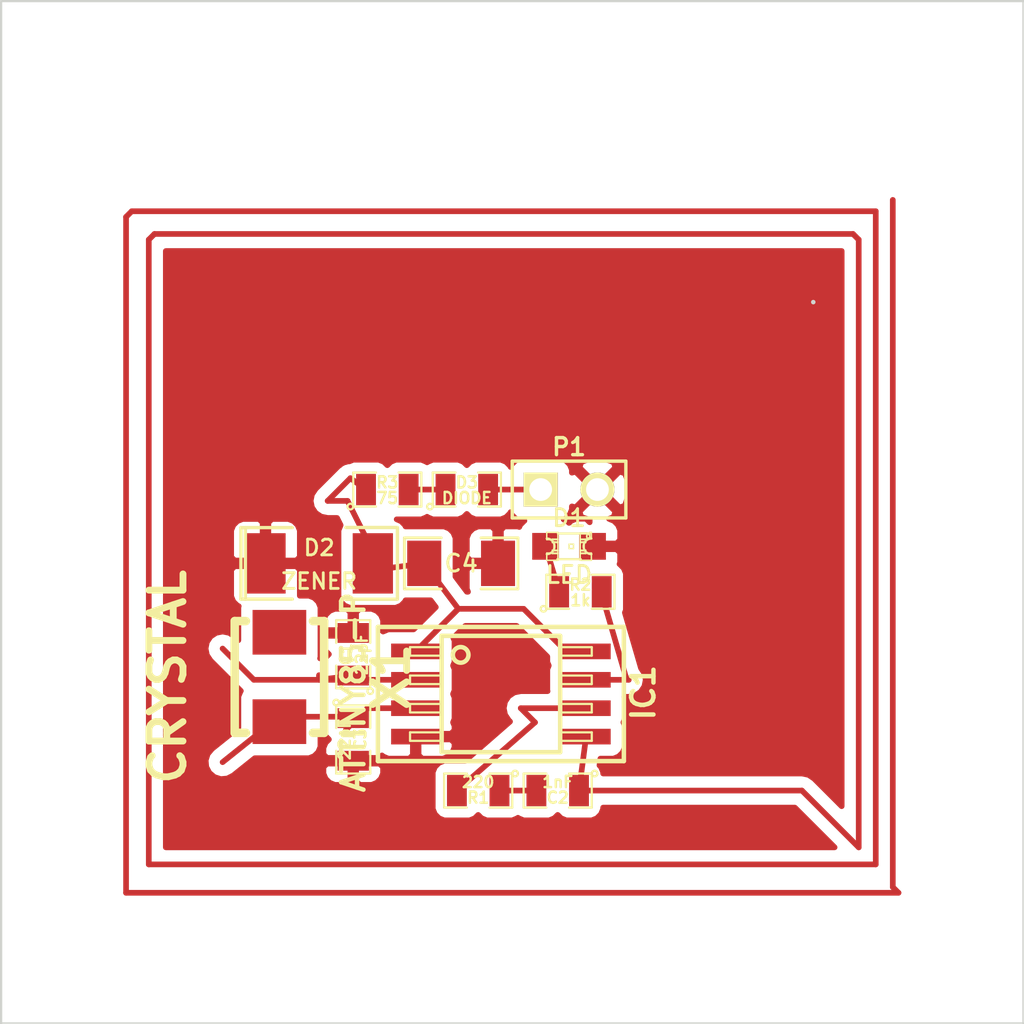
<source format=kicad_pcb>
(kicad_pcb (version 3) (host pcbnew "(2013-may-18)-stable")

  (general
    (links 21)
    (no_connects 3)
    (area 147.269999 111.709999 193.090001 157.530001)
    (thickness 1.6)
    (drawings 5)
    (tracks 50)
    (zones 0)
    (modules 13)
    (nets 12)
  )

  (page A3)
  (layers
    (15 F.Cu signal)
    (0 B.Cu signal)
    (16 B.Adhes user)
    (17 F.Adhes user)
    (18 B.Paste user)
    (19 F.Paste user)
    (20 B.SilkS user)
    (21 F.SilkS user)
    (22 B.Mask user)
    (23 F.Mask user)
    (24 Dwgs.User user)
    (25 Cmts.User user)
    (26 Eco1.User user)
    (27 Eco2.User user)
    (28 Edge.Cuts user)
  )

  (setup
    (last_trace_width 0.254)
    (trace_clearance 0.254)
    (zone_clearance 0.508)
    (zone_45_only no)
    (trace_min 0.254)
    (segment_width 0.2)
    (edge_width 0.1)
    (via_size 0.889)
    (via_drill 0.635)
    (via_min_size 0.889)
    (via_min_drill 0.508)
    (uvia_size 0.508)
    (uvia_drill 0.127)
    (uvias_allowed no)
    (uvia_min_size 0.508)
    (uvia_min_drill 0.127)
    (pcb_text_width 0.3)
    (pcb_text_size 1.5 1.5)
    (mod_edge_width 0.15)
    (mod_text_size 1 1)
    (mod_text_width 0.15)
    (pad_size 1.5 1.5)
    (pad_drill 0.6)
    (pad_to_mask_clearance 0)
    (aux_axis_origin 0 0)
    (visible_elements FFFFFFBF)
    (pcbplotparams
      (layerselection 3178497)
      (usegerberextensions true)
      (excludeedgelayer true)
      (linewidth 0.150000)
      (plotframeref false)
      (viasonmask false)
      (mode 1)
      (useauxorigin false)
      (hpglpennumber 1)
      (hpglpenspeed 20)
      (hpglpendiameter 15)
      (hpglpenoverlay 2)
      (psnegative false)
      (psa4output false)
      (plotreference true)
      (plotvalue true)
      (plotothertext true)
      (plotinvisibletext false)
      (padsonsilk false)
      (subtractmaskfromsilk false)
      (outputformat 1)
      (mirror false)
      (drillshape 1)
      (scaleselection 1)
      (outputdirectory ""))
  )

  (net 0 "")
  (net 1 +BATT)
  (net 2 GND)
  (net 3 N-000001)
  (net 4 N-0000010)
  (net 5 N-0000011)
  (net 6 N-000002)
  (net 7 N-000003)
  (net 8 N-000004)
  (net 9 N-000005)
  (net 10 N-000007)
  (net 11 N-000009)

  (net_class Default "This is the default net class."
    (clearance 0.254)
    (trace_width 0.254)
    (via_dia 0.889)
    (via_drill 0.635)
    (uvia_dia 0.508)
    (uvia_drill 0.127)
    (add_net "")
    (add_net +BATT)
    (add_net GND)
    (add_net N-000001)
    (add_net N-0000010)
    (add_net N-0000011)
    (add_net N-000002)
    (add_net N-000003)
    (add_net N-000004)
    (add_net N-000005)
    (add_net N-000007)
    (add_net N-000009)
  )

  (module SM1206 (layer F.Cu) (tedit 42806E24) (tstamp 5548A5C0)
    (at 167.894 136.906)
    (path /55489ECF)
    (attr smd)
    (fp_text reference C4 (at 0 0) (layer F.SilkS)
      (effects (font (size 0.762 0.762) (thickness 0.127)))
    )
    (fp_text value 50uF (at 0 0) (layer F.SilkS) hide
      (effects (font (size 0.762 0.762) (thickness 0.127)))
    )
    (fp_line (start -2.54 -1.143) (end -2.54 1.143) (layer F.SilkS) (width 0.127))
    (fp_line (start -2.54 1.143) (end -0.889 1.143) (layer F.SilkS) (width 0.127))
    (fp_line (start 0.889 -1.143) (end 2.54 -1.143) (layer F.SilkS) (width 0.127))
    (fp_line (start 2.54 -1.143) (end 2.54 1.143) (layer F.SilkS) (width 0.127))
    (fp_line (start 2.54 1.143) (end 0.889 1.143) (layer F.SilkS) (width 0.127))
    (fp_line (start -0.889 -1.143) (end -2.54 -1.143) (layer F.SilkS) (width 0.127))
    (pad 1 smd rect (at -1.651 0) (size 1.524 2.032)
      (layers F.Cu F.Paste F.Mask)
      (net 5 N-0000011)
    )
    (pad 2 smd rect (at 1.651 0) (size 1.524 2.032)
      (layers F.Cu F.Paste F.Mask)
      (net 2 GND)
    )
    (model smd/chip_cms.wrl
      (at (xyz 0 0 0))
      (scale (xyz 0.17 0.16 0.16))
      (rotate (xyz 0 0 0))
    )
  )

  (module SM0805 (layer F.Cu) (tedit 5091495C) (tstamp 5548A5CD)
    (at 164.592 133.604)
    (path /5541F0E5)
    (attr smd)
    (fp_text reference R3 (at 0 -0.3175) (layer F.SilkS)
      (effects (font (size 0.50038 0.50038) (thickness 0.10922)))
    )
    (fp_text value 75 (at 0 0.381) (layer F.SilkS)
      (effects (font (size 0.50038 0.50038) (thickness 0.10922)))
    )
    (fp_circle (center -1.651 0.762) (end -1.651 0.635) (layer F.SilkS) (width 0.09906))
    (fp_line (start -0.508 0.762) (end -1.524 0.762) (layer F.SilkS) (width 0.09906))
    (fp_line (start -1.524 0.762) (end -1.524 -0.762) (layer F.SilkS) (width 0.09906))
    (fp_line (start -1.524 -0.762) (end -0.508 -0.762) (layer F.SilkS) (width 0.09906))
    (fp_line (start 0.508 -0.762) (end 1.524 -0.762) (layer F.SilkS) (width 0.09906))
    (fp_line (start 1.524 -0.762) (end 1.524 0.762) (layer F.SilkS) (width 0.09906))
    (fp_line (start 1.524 0.762) (end 0.508 0.762) (layer F.SilkS) (width 0.09906))
    (pad 1 smd rect (at -0.9525 0) (size 0.889 1.397)
      (layers F.Cu F.Paste F.Mask)
      (net 5 N-0000011)
    )
    (pad 2 smd rect (at 0.9525 0) (size 0.889 1.397)
      (layers F.Cu F.Paste F.Mask)
      (net 1 +BATT)
    )
    (model smd/chip_cms.wrl
      (at (xyz 0 0 0))
      (scale (xyz 0.1 0.1 0.1))
      (rotate (xyz 0 0 0))
    )
  )

  (module SM0805 (layer F.Cu) (tedit 5091495C) (tstamp 5548A5DA)
    (at 163.068 140.97 90)
    (path /5541F242)
    (attr smd)
    (fp_text reference C1 (at 0 -0.3175 90) (layer F.SilkS)
      (effects (font (size 0.50038 0.50038) (thickness 0.10922)))
    )
    (fp_text value 22pF (at 0 0.381 90) (layer F.SilkS)
      (effects (font (size 0.50038 0.50038) (thickness 0.10922)))
    )
    (fp_circle (center -1.651 0.762) (end -1.651 0.635) (layer F.SilkS) (width 0.09906))
    (fp_line (start -0.508 0.762) (end -1.524 0.762) (layer F.SilkS) (width 0.09906))
    (fp_line (start -1.524 0.762) (end -1.524 -0.762) (layer F.SilkS) (width 0.09906))
    (fp_line (start -1.524 -0.762) (end -0.508 -0.762) (layer F.SilkS) (width 0.09906))
    (fp_line (start 0.508 -0.762) (end 1.524 -0.762) (layer F.SilkS) (width 0.09906))
    (fp_line (start 1.524 -0.762) (end 1.524 0.762) (layer F.SilkS) (width 0.09906))
    (fp_line (start 1.524 0.762) (end 0.508 0.762) (layer F.SilkS) (width 0.09906))
    (pad 1 smd rect (at -0.9525 0 90) (size 0.889 1.397)
      (layers F.Cu F.Paste F.Mask)
      (net 4 N-0000010)
    )
    (pad 2 smd rect (at 0.9525 0 90) (size 0.889 1.397)
      (layers F.Cu F.Paste F.Mask)
      (net 2 GND)
    )
    (model smd/chip_cms.wrl
      (at (xyz 0 0 0))
      (scale (xyz 0.1 0.1 0.1))
      (rotate (xyz 0 0 0))
    )
  )

  (module SM0805 (layer F.Cu) (tedit 5091495C) (tstamp 5548A5E7)
    (at 163.068 144.78 270)
    (path /5541F251)
    (attr smd)
    (fp_text reference C3 (at 0 -0.3175 270) (layer F.SilkS)
      (effects (font (size 0.50038 0.50038) (thickness 0.10922)))
    )
    (fp_text value 22pF (at 0 0.381 270) (layer F.SilkS)
      (effects (font (size 0.50038 0.50038) (thickness 0.10922)))
    )
    (fp_circle (center -1.651 0.762) (end -1.651 0.635) (layer F.SilkS) (width 0.09906))
    (fp_line (start -0.508 0.762) (end -1.524 0.762) (layer F.SilkS) (width 0.09906))
    (fp_line (start -1.524 0.762) (end -1.524 -0.762) (layer F.SilkS) (width 0.09906))
    (fp_line (start -1.524 -0.762) (end -0.508 -0.762) (layer F.SilkS) (width 0.09906))
    (fp_line (start 0.508 -0.762) (end 1.524 -0.762) (layer F.SilkS) (width 0.09906))
    (fp_line (start 1.524 -0.762) (end 1.524 0.762) (layer F.SilkS) (width 0.09906))
    (fp_line (start 1.524 0.762) (end 0.508 0.762) (layer F.SilkS) (width 0.09906))
    (pad 1 smd rect (at -0.9525 0 270) (size 0.889 1.397)
      (layers F.Cu F.Paste F.Mask)
      (net 11 N-000009)
    )
    (pad 2 smd rect (at 0.9525 0 270) (size 0.889 1.397)
      (layers F.Cu F.Paste F.Mask)
      (net 2 GND)
    )
    (model smd/chip_cms.wrl
      (at (xyz 0 0 0))
      (scale (xyz 0.1 0.1 0.1))
      (rotate (xyz 0 0 0))
    )
  )

  (module SM0805 (layer F.Cu) (tedit 5091495C) (tstamp 5548A5F4)
    (at 173.228 138.176)
    (path /5541F330)
    (attr smd)
    (fp_text reference R2 (at 0 -0.3175) (layer F.SilkS)
      (effects (font (size 0.50038 0.50038) (thickness 0.10922)))
    )
    (fp_text value 1k (at 0 0.381) (layer F.SilkS)
      (effects (font (size 0.50038 0.50038) (thickness 0.10922)))
    )
    (fp_circle (center -1.651 0.762) (end -1.651 0.635) (layer F.SilkS) (width 0.09906))
    (fp_line (start -0.508 0.762) (end -1.524 0.762) (layer F.SilkS) (width 0.09906))
    (fp_line (start -1.524 0.762) (end -1.524 -0.762) (layer F.SilkS) (width 0.09906))
    (fp_line (start -1.524 -0.762) (end -0.508 -0.762) (layer F.SilkS) (width 0.09906))
    (fp_line (start 0.508 -0.762) (end 1.524 -0.762) (layer F.SilkS) (width 0.09906))
    (fp_line (start 1.524 -0.762) (end 1.524 0.762) (layer F.SilkS) (width 0.09906))
    (fp_line (start 1.524 0.762) (end 0.508 0.762) (layer F.SilkS) (width 0.09906))
    (pad 1 smd rect (at -0.9525 0) (size 0.889 1.397)
      (layers F.Cu F.Paste F.Mask)
      (net 8 N-000004)
    )
    (pad 2 smd rect (at 0.9525 0) (size 0.889 1.397)
      (layers F.Cu F.Paste F.Mask)
      (net 9 N-000005)
    )
    (model smd/chip_cms.wrl
      (at (xyz 0 0 0))
      (scale (xyz 0.1 0.1 0.1))
      (rotate (xyz 0 0 0))
    )
  )

  (module SM0805 (layer F.Cu) (tedit 5091495C) (tstamp 5548A601)
    (at 168.656 147.066 180)
    (path /55489F9C)
    (attr smd)
    (fp_text reference R1 (at 0 -0.3175 180) (layer F.SilkS)
      (effects (font (size 0.50038 0.50038) (thickness 0.10922)))
    )
    (fp_text value 220 (at 0 0.381 180) (layer F.SilkS)
      (effects (font (size 0.50038 0.50038) (thickness 0.10922)))
    )
    (fp_circle (center -1.651 0.762) (end -1.651 0.635) (layer F.SilkS) (width 0.09906))
    (fp_line (start -0.508 0.762) (end -1.524 0.762) (layer F.SilkS) (width 0.09906))
    (fp_line (start -1.524 0.762) (end -1.524 -0.762) (layer F.SilkS) (width 0.09906))
    (fp_line (start -1.524 -0.762) (end -0.508 -0.762) (layer F.SilkS) (width 0.09906))
    (fp_line (start 0.508 -0.762) (end 1.524 -0.762) (layer F.SilkS) (width 0.09906))
    (fp_line (start 1.524 -0.762) (end 1.524 0.762) (layer F.SilkS) (width 0.09906))
    (fp_line (start 1.524 0.762) (end 0.508 0.762) (layer F.SilkS) (width 0.09906))
    (pad 1 smd rect (at -0.9525 0 180) (size 0.889 1.397)
      (layers F.Cu F.Paste F.Mask)
      (net 3 N-000001)
    )
    (pad 2 smd rect (at 0.9525 0 180) (size 0.889 1.397)
      (layers F.Cu F.Paste F.Mask)
      (net 7 N-000003)
    )
    (model smd/chip_cms.wrl
      (at (xyz 0 0 0))
      (scale (xyz 0.1 0.1 0.1))
      (rotate (xyz 0 0 0))
    )
  )

  (module SM0805 (layer F.Cu) (tedit 5091495C) (tstamp 5548A60E)
    (at 172.212 147.066 180)
    (path /55489FB1)
    (attr smd)
    (fp_text reference C2 (at 0 -0.3175 180) (layer F.SilkS)
      (effects (font (size 0.50038 0.50038) (thickness 0.10922)))
    )
    (fp_text value 1nF (at 0 0.381 180) (layer F.SilkS)
      (effects (font (size 0.50038 0.50038) (thickness 0.10922)))
    )
    (fp_circle (center -1.651 0.762) (end -1.651 0.635) (layer F.SilkS) (width 0.09906))
    (fp_line (start -0.508 0.762) (end -1.524 0.762) (layer F.SilkS) (width 0.09906))
    (fp_line (start -1.524 0.762) (end -1.524 -0.762) (layer F.SilkS) (width 0.09906))
    (fp_line (start -1.524 -0.762) (end -0.508 -0.762) (layer F.SilkS) (width 0.09906))
    (fp_line (start 0.508 -0.762) (end 1.524 -0.762) (layer F.SilkS) (width 0.09906))
    (fp_line (start 1.524 -0.762) (end 1.524 0.762) (layer F.SilkS) (width 0.09906))
    (fp_line (start 1.524 0.762) (end 0.508 0.762) (layer F.SilkS) (width 0.09906))
    (pad 1 smd rect (at -0.9525 0 180) (size 0.889 1.397)
      (layers F.Cu F.Paste F.Mask)
      (net 6 N-000002)
    )
    (pad 2 smd rect (at 0.9525 0 180) (size 0.889 1.397)
      (layers F.Cu F.Paste F.Mask)
      (net 3 N-000001)
    )
    (model smd/chip_cms.wrl
      (at (xyz 0 0 0))
      (scale (xyz 0.1 0.1 0.1))
      (rotate (xyz 0 0 0))
    )
  )

  (module PIN_ARRAY_2X1 (layer F.Cu) (tedit 4565C520) (tstamp 5548A791)
    (at 172.72 133.604)
    (descr "Connecteurs 2 pins")
    (tags "CONN DEV")
    (path /5548A706)
    (fp_text reference P1 (at 0 -1.905) (layer F.SilkS)
      (effects (font (size 0.762 0.762) (thickness 0.1524)))
    )
    (fp_text value CONN_2 (at 0 -1.905) (layer F.SilkS) hide
      (effects (font (size 0.762 0.762) (thickness 0.1524)))
    )
    (fp_line (start -2.54 1.27) (end -2.54 -1.27) (layer F.SilkS) (width 0.1524))
    (fp_line (start -2.54 -1.27) (end 2.54 -1.27) (layer F.SilkS) (width 0.1524))
    (fp_line (start 2.54 -1.27) (end 2.54 1.27) (layer F.SilkS) (width 0.1524))
    (fp_line (start 2.54 1.27) (end -2.54 1.27) (layer F.SilkS) (width 0.1524))
    (pad 1 thru_hole rect (at -1.27 0) (size 1.524 1.524) (drill 1.016)
      (layers *.Cu *.Mask F.SilkS)
      (net 10 N-000007)
    )
    (pad 2 thru_hole circle (at 1.27 0) (size 1.524 1.524) (drill 1.016)
      (layers *.Cu *.Mask F.SilkS)
      (net 2 GND)
    )
    (model pin_array/pins_array_2x1.wrl
      (at (xyz 0 0 0))
      (scale (xyz 1 1 1))
      (rotate (xyz 0 0 0))
    )
  )

  (module SM0805 (layer F.Cu) (tedit 5091495C) (tstamp 5548AC68)
    (at 168.148 133.604)
    (path /5548AC1F)
    (attr smd)
    (fp_text reference D3 (at 0 -0.3175) (layer F.SilkS)
      (effects (font (size 0.50038 0.50038) (thickness 0.10922)))
    )
    (fp_text value DIODE (at 0 0.381) (layer F.SilkS)
      (effects (font (size 0.50038 0.50038) (thickness 0.10922)))
    )
    (fp_circle (center -1.651 0.762) (end -1.651 0.635) (layer F.SilkS) (width 0.09906))
    (fp_line (start -0.508 0.762) (end -1.524 0.762) (layer F.SilkS) (width 0.09906))
    (fp_line (start -1.524 0.762) (end -1.524 -0.762) (layer F.SilkS) (width 0.09906))
    (fp_line (start -1.524 -0.762) (end -0.508 -0.762) (layer F.SilkS) (width 0.09906))
    (fp_line (start 0.508 -0.762) (end 1.524 -0.762) (layer F.SilkS) (width 0.09906))
    (fp_line (start 1.524 -0.762) (end 1.524 0.762) (layer F.SilkS) (width 0.09906))
    (fp_line (start 1.524 0.762) (end 0.508 0.762) (layer F.SilkS) (width 0.09906))
    (pad 1 smd rect (at -0.9525 0) (size 0.889 1.397)
      (layers F.Cu F.Paste F.Mask)
      (net 1 +BATT)
    )
    (pad 2 smd rect (at 0.9525 0) (size 0.889 1.397)
      (layers F.Cu F.Paste F.Mask)
      (net 10 N-000007)
    )
    (model smd/chip_cms.wrl
      (at (xyz 0 0 0))
      (scale (xyz 0.1 0.1 0.1))
      (rotate (xyz 0 0 0))
    )
  )

  (module LED-0805 (layer F.Cu) (tedit 49DC4C0B) (tstamp 5548B077)
    (at 172.72 136.144)
    (descr "LED 0805 smd package")
    (tags "LED 0805 SMD")
    (path /5541F321)
    (attr smd)
    (fp_text reference D1 (at 0 -1.27) (layer F.SilkS)
      (effects (font (size 0.762 0.762) (thickness 0.127)))
    )
    (fp_text value LED (at 0 1.27) (layer F.SilkS)
      (effects (font (size 0.762 0.762) (thickness 0.127)))
    )
    (fp_line (start 0.49784 0.29972) (end 0.49784 0.62484) (layer F.SilkS) (width 0.06604))
    (fp_line (start 0.49784 0.62484) (end 0.99822 0.62484) (layer F.SilkS) (width 0.06604))
    (fp_line (start 0.99822 0.29972) (end 0.99822 0.62484) (layer F.SilkS) (width 0.06604))
    (fp_line (start 0.49784 0.29972) (end 0.99822 0.29972) (layer F.SilkS) (width 0.06604))
    (fp_line (start 0.49784 -0.32258) (end 0.49784 -0.17272) (layer F.SilkS) (width 0.06604))
    (fp_line (start 0.49784 -0.17272) (end 0.7493 -0.17272) (layer F.SilkS) (width 0.06604))
    (fp_line (start 0.7493 -0.32258) (end 0.7493 -0.17272) (layer F.SilkS) (width 0.06604))
    (fp_line (start 0.49784 -0.32258) (end 0.7493 -0.32258) (layer F.SilkS) (width 0.06604))
    (fp_line (start 0.49784 0.17272) (end 0.49784 0.32258) (layer F.SilkS) (width 0.06604))
    (fp_line (start 0.49784 0.32258) (end 0.7493 0.32258) (layer F.SilkS) (width 0.06604))
    (fp_line (start 0.7493 0.17272) (end 0.7493 0.32258) (layer F.SilkS) (width 0.06604))
    (fp_line (start 0.49784 0.17272) (end 0.7493 0.17272) (layer F.SilkS) (width 0.06604))
    (fp_line (start 0.49784 -0.19812) (end 0.49784 0.19812) (layer F.SilkS) (width 0.06604))
    (fp_line (start 0.49784 0.19812) (end 0.6731 0.19812) (layer F.SilkS) (width 0.06604))
    (fp_line (start 0.6731 -0.19812) (end 0.6731 0.19812) (layer F.SilkS) (width 0.06604))
    (fp_line (start 0.49784 -0.19812) (end 0.6731 -0.19812) (layer F.SilkS) (width 0.06604))
    (fp_line (start -0.99822 0.29972) (end -0.99822 0.62484) (layer F.SilkS) (width 0.06604))
    (fp_line (start -0.99822 0.62484) (end -0.49784 0.62484) (layer F.SilkS) (width 0.06604))
    (fp_line (start -0.49784 0.29972) (end -0.49784 0.62484) (layer F.SilkS) (width 0.06604))
    (fp_line (start -0.99822 0.29972) (end -0.49784 0.29972) (layer F.SilkS) (width 0.06604))
    (fp_line (start -0.99822 -0.62484) (end -0.99822 -0.29972) (layer F.SilkS) (width 0.06604))
    (fp_line (start -0.99822 -0.29972) (end -0.49784 -0.29972) (layer F.SilkS) (width 0.06604))
    (fp_line (start -0.49784 -0.62484) (end -0.49784 -0.29972) (layer F.SilkS) (width 0.06604))
    (fp_line (start -0.99822 -0.62484) (end -0.49784 -0.62484) (layer F.SilkS) (width 0.06604))
    (fp_line (start -0.7493 0.17272) (end -0.7493 0.32258) (layer F.SilkS) (width 0.06604))
    (fp_line (start -0.7493 0.32258) (end -0.49784 0.32258) (layer F.SilkS) (width 0.06604))
    (fp_line (start -0.49784 0.17272) (end -0.49784 0.32258) (layer F.SilkS) (width 0.06604))
    (fp_line (start -0.7493 0.17272) (end -0.49784 0.17272) (layer F.SilkS) (width 0.06604))
    (fp_line (start -0.7493 -0.32258) (end -0.7493 -0.17272) (layer F.SilkS) (width 0.06604))
    (fp_line (start -0.7493 -0.17272) (end -0.49784 -0.17272) (layer F.SilkS) (width 0.06604))
    (fp_line (start -0.49784 -0.32258) (end -0.49784 -0.17272) (layer F.SilkS) (width 0.06604))
    (fp_line (start -0.7493 -0.32258) (end -0.49784 -0.32258) (layer F.SilkS) (width 0.06604))
    (fp_line (start -0.6731 -0.19812) (end -0.6731 0.19812) (layer F.SilkS) (width 0.06604))
    (fp_line (start -0.6731 0.19812) (end -0.49784 0.19812) (layer F.SilkS) (width 0.06604))
    (fp_line (start -0.49784 -0.19812) (end -0.49784 0.19812) (layer F.SilkS) (width 0.06604))
    (fp_line (start -0.6731 -0.19812) (end -0.49784 -0.19812) (layer F.SilkS) (width 0.06604))
    (fp_line (start 0 -0.09906) (end 0 0.09906) (layer F.SilkS) (width 0.06604))
    (fp_line (start 0 0.09906) (end 0.19812 0.09906) (layer F.SilkS) (width 0.06604))
    (fp_line (start 0.19812 -0.09906) (end 0.19812 0.09906) (layer F.SilkS) (width 0.06604))
    (fp_line (start 0 -0.09906) (end 0.19812 -0.09906) (layer F.SilkS) (width 0.06604))
    (fp_line (start 0.49784 -0.59944) (end 0.49784 -0.29972) (layer F.SilkS) (width 0.06604))
    (fp_line (start 0.49784 -0.29972) (end 0.79756 -0.29972) (layer F.SilkS) (width 0.06604))
    (fp_line (start 0.79756 -0.59944) (end 0.79756 -0.29972) (layer F.SilkS) (width 0.06604))
    (fp_line (start 0.49784 -0.59944) (end 0.79756 -0.59944) (layer F.SilkS) (width 0.06604))
    (fp_line (start 0.92456 -0.62484) (end 0.92456 -0.39878) (layer F.SilkS) (width 0.06604))
    (fp_line (start 0.92456 -0.39878) (end 0.99822 -0.39878) (layer F.SilkS) (width 0.06604))
    (fp_line (start 0.99822 -0.62484) (end 0.99822 -0.39878) (layer F.SilkS) (width 0.06604))
    (fp_line (start 0.92456 -0.62484) (end 0.99822 -0.62484) (layer F.SilkS) (width 0.06604))
    (fp_line (start 0.52324 0.57404) (end -0.52324 0.57404) (layer F.SilkS) (width 0.1016))
    (fp_line (start -0.49784 -0.57404) (end 0.92456 -0.57404) (layer F.SilkS) (width 0.1016))
    (fp_circle (center 0.84836 -0.44958) (end 0.89916 -0.50038) (layer F.SilkS) (width 0.0508))
    (fp_arc (start 0.99822 0) (end 0.99822 0.34798) (angle 180) (layer F.SilkS) (width 0.1016))
    (fp_arc (start -0.99822 0) (end -0.99822 -0.34798) (angle 180) (layer F.SilkS) (width 0.1016))
    (pad 1 smd rect (at -1.04902 0) (size 1.19888 1.19888)
      (layers F.Cu F.Paste F.Mask)
      (net 8 N-000004)
    )
    (pad 2 smd rect (at 1.04902 0) (size 1.19888 1.19888)
      (layers F.Cu F.Paste F.Mask)
      (net 2 GND)
    )
  )

  (module SO8_200mil_wide (layer F.Cu) (tedit 510FBDFB) (tstamp 55491126)
    (at 169.672 142.748 270)
    (path /5541EFDB)
    (fp_text reference IC1 (at -0.06 -6.37 270) (layer F.SilkS)
      (effects (font (size 1 1) (thickness 0.2)))
    )
    (fp_text value ATTINY85-P (at -0.08 6.6 270) (layer F.SilkS)
      (effects (font (size 1 1) (thickness 0.2)))
    )
    (fp_circle (center -1.75 1.8) (end -1.4 1.8) (layer F.SilkS) (width 0.2))
    (fp_line (start -3 -5.5) (end 3 -5.5) (layer F.SilkS) (width 0.2))
    (fp_line (start 3 -5.5) (end 3 5.5) (layer F.SilkS) (width 0.2))
    (fp_line (start 3 5.5) (end -3 5.5) (layer F.SilkS) (width 0.2))
    (fp_line (start -3 5.5) (end -3 -5.5) (layer F.SilkS) (width 0.2))
    (fp_line (start -1.7145 2.667) (end -1.7145 4.064) (layer F.SilkS) (width 0.1))
    (fp_line (start -1.7145 4.064) (end -2.0955 4.064) (layer F.SilkS) (width 0.1))
    (fp_line (start -2.0955 4.064) (end -2.0955 2.667) (layer F.SilkS) (width 0.1))
    (fp_line (start -0.4445 2.667) (end -0.4445 4.064) (layer F.SilkS) (width 0.1))
    (fp_line (start -0.4445 4.064) (end -0.8255 4.064) (layer F.SilkS) (width 0.1))
    (fp_line (start -0.8255 4.064) (end -0.8255 2.667) (layer F.SilkS) (width 0.1))
    (fp_line (start 0.8255 2.667) (end 0.8255 4.064) (layer F.SilkS) (width 0.1))
    (fp_line (start 0.8255 4.064) (end 0.4445 4.064) (layer F.SilkS) (width 0.1))
    (fp_line (start 0.4445 4.064) (end 0.4445 2.667) (layer F.SilkS) (width 0.1))
    (fp_line (start 2.0955 2.667) (end 2.0955 4.064) (layer F.SilkS) (width 0.1))
    (fp_line (start 2.0955 4.064) (end 1.7145 4.064) (layer F.SilkS) (width 0.1))
    (fp_line (start 1.7145 4.064) (end 1.7145 2.667) (layer F.SilkS) (width 0.1))
    (fp_line (start -2.0955 -2.667) (end -2.0955 -4.064) (layer F.SilkS) (width 0.1))
    (fp_line (start -2.0955 -4.064) (end -1.7145 -4.064) (layer F.SilkS) (width 0.1))
    (fp_line (start -1.7145 -4.064) (end -1.7145 -2.667) (layer F.SilkS) (width 0.1))
    (fp_line (start -0.8255 -2.667) (end -0.8255 -4.064) (layer F.SilkS) (width 0.1))
    (fp_line (start -0.8255 -4.064) (end -0.4445 -4.064) (layer F.SilkS) (width 0.1))
    (fp_line (start -0.4445 -4.064) (end -0.4445 -2.667) (layer F.SilkS) (width 0.1))
    (fp_line (start 0.4445 -2.667) (end 0.4445 -4.064) (layer F.SilkS) (width 0.1))
    (fp_line (start 0.4445 -4.064) (end 0.8255 -4.064) (layer F.SilkS) (width 0.1))
    (fp_line (start 0.8255 -4.064) (end 0.8255 -2.667) (layer F.SilkS) (width 0.1))
    (fp_line (start 1.7145 -4.064) (end 2.0955 -4.064) (layer F.SilkS) (width 0.1))
    (fp_line (start 1.7145 -2.667) (end 1.7145 -4.064) (layer F.SilkS) (width 0.1))
    (fp_line (start 2.0955 -4.064) (end 2.0955 -2.667) (layer F.SilkS) (width 0.1))
    (fp_line (start 2.6 -2.65) (end 2.6 2.65) (layer F.SilkS) (width 0.2))
    (fp_line (start 2.6 2.65) (end -2.6 2.65) (layer F.SilkS) (width 0.2))
    (fp_line (start -2.6 2.65) (end -2.6 -2.65) (layer F.SilkS) (width 0.2))
    (fp_line (start -2.6 -2.65) (end 2.6 -2.65) (layer F.SilkS) (width 0.2))
    (pad 1 smd rect (at -1.905 3.81 270) (size 0.7 2.2)
      (layers F.Cu F.Paste F.Mask)
      (net 5 N-0000011)
    )
    (pad 2 smd rect (at -0.635 3.81 270) (size 0.7 2.2)
      (layers F.Cu F.Paste F.Mask)
      (net 4 N-0000010)
    )
    (pad 3 smd rect (at 0.635 3.81 270) (size 0.7 2.2)
      (layers F.Cu F.Paste F.Mask)
      (net 11 N-000009)
    )
    (pad 4 smd rect (at 1.905 3.81 270) (size 0.7 2.2)
      (layers F.Cu F.Paste F.Mask)
      (net 2 GND)
    )
    (pad 5 smd rect (at 1.905 -3.81 270) (size 0.7 2.2)
      (layers F.Cu F.Paste F.Mask)
      (net 6 N-000002)
    )
    (pad 6 smd rect (at 0.635 -3.81 270) (size 0.7 2.2)
      (layers F.Cu F.Paste F.Mask)
      (net 7 N-000003)
    )
    (pad 7 smd rect (at -0.635 -3.81 270) (size 0.7 2.2)
      (layers F.Cu F.Paste F.Mask)
      (net 9 N-000005)
    )
    (pad 8 smd rect (at -1.905 -3.81 270) (size 0.7 2.2)
      (layers F.Cu F.Paste F.Mask)
      (net 5 N-0000011)
    )
  )

  (module SM2010 (layer F.Cu) (tedit 510157F5) (tstamp 5549136C)
    (at 161.544 136.906)
    (tags "CMS SM")
    (path /5541F045)
    (attr smd)
    (fp_text reference D2 (at 0 -0.7) (layer F.SilkS)
      (effects (font (size 0.70104 0.70104) (thickness 0.127)))
    )
    (fp_text value ZENER (at 0 0.8) (layer F.SilkS)
      (effects (font (size 0.70104 0.70104) (thickness 0.127)))
    )
    (fp_line (start -3.3 -1.6) (end -3.3 1.6) (layer F.SilkS) (width 0.15))
    (fp_line (start 3.50012 -1.6002) (end 3.50012 1.6002) (layer F.SilkS) (width 0.15))
    (fp_line (start -3.5 -1.6) (end -3.5 1.6) (layer F.SilkS) (width 0.15))
    (fp_line (start 1.19634 1.60528) (end 3.48234 1.60528) (layer F.SilkS) (width 0.15))
    (fp_line (start 3.48234 -1.60528) (end 1.19634 -1.60528) (layer F.SilkS) (width 0.15))
    (fp_line (start -1.2 -1.6) (end -3.5 -1.6) (layer F.SilkS) (width 0.15))
    (fp_line (start -3.5 1.6) (end -1.2 1.6) (layer F.SilkS) (width 0.15))
    (pad 1 smd rect (at -2.4003 0) (size 1.80086 2.70002)
      (layers F.Cu F.Paste F.Mask)
      (net 2 GND)
    )
    (pad 2 smd rect (at 2.4003 0) (size 1.80086 2.70002)
      (layers F.Cu F.Paste F.Mask)
      (net 5 N-0000011)
    )
    (model smd\chip_smd_pol_wide.wrl
      (at (xyz 0 0 0))
      (scale (xyz 0.35 0.35 0.35))
      (rotate (xyz 0 0 0))
    )
  )

  (module CRYSTAL-NX5032GA (layer F.Cu) (tedit 5066972C) (tstamp 55491378)
    (at 159.766 141.986 270)
    (path /5541F22A)
    (fp_text reference X1 (at 0 -5.00126 270) (layer F.SilkS)
      (effects (font (size 1.524 1.524) (thickness 0.3048)))
    )
    (fp_text value CRYSTAL (at 0 5.00126 270) (layer F.SilkS)
      (effects (font (size 1.524 1.524) (thickness 0.3048)))
    )
    (fp_line (start -2.49936 1.50114) (end -2.49936 1.99898) (layer F.SilkS) (width 0.381))
    (fp_line (start -2.49936 1.99898) (end 2.49936 1.99898) (layer F.SilkS) (width 0.381))
    (fp_line (start 2.49936 1.99898) (end 2.49936 1.50114) (layer F.SilkS) (width 0.381))
    (fp_line (start -2.49936 -1.50114) (end -2.49936 -1.99898) (layer F.SilkS) (width 0.381))
    (fp_line (start -2.49936 -1.99898) (end 2.49936 -1.99898) (layer F.SilkS) (width 0.381))
    (fp_line (start 2.49936 -1.99898) (end 2.49936 -1.50114) (layer F.SilkS) (width 0.381))
    (pad 1 smd rect (at -1.99898 0 270) (size 1.99898 2.4003)
      (layers F.Cu F.Paste F.Mask)
      (net 4 N-0000010)
    )
    (pad 2 smd rect (at 1.99898 0 270) (size 1.99898 2.4003)
      (layers F.Cu F.Paste F.Mask)
      (net 11 N-000009)
    )
  )

  (target plus (at 183.642 125.222) (size 0.005) (width 0.1) (layer Edge.Cuts))
  (gr_line (start 147.32 157.48) (end 147.32 111.76) (angle 90) (layer Edge.Cuts) (width 0.1))
  (gr_line (start 193.04 157.48) (end 147.32 157.48) (angle 90) (layer Edge.Cuts) (width 0.1))
  (gr_line (start 193.04 111.76) (end 193.04 157.48) (angle 90) (layer Edge.Cuts) (width 0.1))
  (gr_line (start 147.32 111.76) (end 193.04 111.76) (angle 90) (layer Edge.Cuts) (width 0.1))

  (segment (start 167.1955 133.604) (end 165.5445 133.604) (width 0.254) (layer F.Cu) (net 1) (status 10))
  (segment (start 171.2595 147.066) (end 169.6085 147.066) (width 0.254) (layer F.Cu) (net 3) (status 10))
  (segment (start 163.068 141.9225) (end 161.544 142.113) (width 0.254) (layer F.Cu) (net 4) (status 10))
  (segment (start 161.544 142.113) (end 161.544 141.9098) (width 0.254) (layer F.Cu) (net 4) (tstamp 55491324))
  (segment (start 165.862 142.113) (end 158.623 142.113) (width 0.254) (layer F.Cu) (net 4))
  (segment (start 158.623 142.113) (end 157.226 140.716) (width 0.254) (layer F.Cu) (net 4) (tstamp 5549131E))
  (segment (start 161.544 141.9098) (end 161.544 141.986) (width 0.254) (layer F.Cu) (net 4) (tstamp 5548B179))
  (segment (start 161.544 141.986) (end 161.544 141.9098) (width 0.254) (layer F.Cu) (net 4) (tstamp 5548B17B))
  (segment (start 166.243 136.906) (end 167.767 138.938) (width 0.254) (layer F.Cu) (net 5) (status 10))
  (segment (start 167.767 138.938) (end 165.862 140.843) (width 0.254) (layer F.Cu) (net 5) (tstamp 55491311))
  (segment (start 161.925 134.112) (end 162.814 134.112) (width 0.254) (layer F.Cu) (net 5))
  (segment (start 164.338 137.16) (end 166.243 136.906) (width 0.254) (layer F.Cu) (net 5) (tstamp 5549130C) (status 20))
  (segment (start 162.814 134.112) (end 164.338 137.16) (width 0.254) (layer F.Cu) (net 5) (tstamp 5549130B) (status 20))
  (segment (start 163.6395 133.604) (end 162.941 133.096) (width 0.254) (layer F.Cu) (net 5) (status 10))
  (segment (start 162.941 133.096) (end 161.925 134.112) (width 0.254) (layer F.Cu) (net 5) (tstamp 55491307))
  (segment (start 173.482 140.843) (end 172.593 140.843) (width 0.254) (layer F.Cu) (net 5))
  (segment (start 172.593 140.843) (end 170.688 138.938) (width 0.254) (layer F.Cu) (net 5) (tstamp 55491161))
  (segment (start 170.688 138.938) (end 167.767 138.938) (width 0.254) (layer F.Cu) (net 5) (tstamp 55491162))
  (segment (start 167.767 138.938) (end 165.862 140.843) (width 0.254) (layer F.Cu) (net 5) (tstamp 55491164))
  (segment (start 173.1645 147.066) (end 183.134 147.066) (width 0.254) (layer F.Cu) (net 6) (status 400000))
  (segment (start 187.198 151.384) (end 187.198 120.65) (width 0.254) (layer F.Cu) (net 6) (tstamp 55534B78))
  (segment (start 187.452 151.638) (end 187.198 151.384) (width 0.254) (layer F.Cu) (net 6) (tstamp 55534B76))
  (segment (start 152.908 151.638) (end 187.452 151.638) (width 0.254) (layer F.Cu) (net 6) (tstamp 55534B74))
  (segment (start 152.908 121.412) (end 152.908 151.638) (width 0.254) (layer F.Cu) (net 6) (tstamp 55534B72))
  (segment (start 153.162 121.158) (end 152.908 121.412) (width 0.254) (layer F.Cu) (net 6) (tstamp 55534B70))
  (segment (start 186.436 121.158) (end 153.162 121.158) (width 0.254) (layer F.Cu) (net 6) (tstamp 55534B6F))
  (segment (start 186.436 150.368) (end 186.436 121.158) (width 0.254) (layer F.Cu) (net 6) (tstamp 55534B6D))
  (segment (start 153.924 150.368) (end 186.436 150.368) (width 0.254) (layer F.Cu) (net 6) (tstamp 55534B6C))
  (segment (start 153.924 122.428) (end 153.924 150.368) (width 0.254) (layer F.Cu) (net 6) (tstamp 55534B67))
  (segment (start 154.178 122.174) (end 153.924 122.428) (width 0.254) (layer F.Cu) (net 6) (tstamp 55534B65))
  (segment (start 185.42 122.174) (end 154.178 122.174) (width 0.254) (layer F.Cu) (net 6) (tstamp 55534B62))
  (segment (start 185.674 122.428) (end 185.42 122.174) (width 0.254) (layer F.Cu) (net 6) (tstamp 55534B60))
  (segment (start 185.674 149.606) (end 185.674 122.428) (width 0.254) (layer F.Cu) (net 6) (tstamp 55534B5F))
  (segment (start 183.134 147.066) (end 185.674 149.606) (width 0.254) (layer F.Cu) (net 6) (tstamp 55534B5B))
  (segment (start 173.482 144.653) (end 173.1645 147.066) (width 0.254) (layer F.Cu) (net 6) (status 20))
  (segment (start 173.482 143.383) (end 170.561 143.383) (width 0.254) (layer F.Cu) (net 7))
  (segment (start 171.196 144.018) (end 167.7035 147.066) (width 0.254) (layer F.Cu) (net 7) (tstamp 5549134F) (status 20))
  (segment (start 170.561 143.383) (end 171.196 144.018) (width 0.254) (layer F.Cu) (net 7) (tstamp 5549134E))
  (segment (start 172.2755 138.176) (end 171.67098 136.144) (width 0.254) (layer F.Cu) (net 8) (status 10))
  (segment (start 173.482 142.113) (end 175.387 142.113) (width 0.254) (layer F.Cu) (net 9))
  (segment (start 174.244 138.4935) (end 174.1805 138.176) (width 0.254) (layer F.Cu) (net 9) (tstamp 55491173) (status 30))
  (segment (start 175.26 141.986) (end 174.244 138.4935) (width 0.254) (layer F.Cu) (net 9) (tstamp 55491172) (status 20))
  (segment (start 175.387 142.113) (end 175.26 141.986) (width 0.254) (layer F.Cu) (net 9) (tstamp 55491171))
  (segment (start 171.45 133.604) (end 169.1005 133.604) (width 0.254) (layer F.Cu) (net 10) (status 10))
  (segment (start 163.068 143.8275) (end 162.7505 144.3355) (width 0.254) (layer F.Cu) (net 11) (status 10))
  (segment (start 163.703 143.383) (end 165.862 143.383) (width 0.254) (layer F.Cu) (net 11) (tstamp 5549131B))
  (segment (start 162.7505 144.3355) (end 163.703 143.383) (width 0.254) (layer F.Cu) (net 11) (tstamp 5549131A))
  (segment (start 157.226 145.796) (end 159.766 143.764) (width 0.254) (layer F.Cu) (net 11) (status 20))
  (segment (start 163.0045 143.764) (end 163.068 143.8275) (width 0.254) (layer F.Cu) (net 11) (tstamp 55491317) (status 30))
  (segment (start 159.766 143.764) (end 163.0045 143.764) (width 0.254) (layer F.Cu) (net 11) (tstamp 55491316) (status 10))

  (zone (net 2) (net_name GND) (layer F.Cu) (tstamp 5548AFB2) (hatch edge 0.508)
    (connect_pads (clearance 0.508))
    (min_thickness 0.254)
    (fill (arc_segments 16) (thermal_gap 0.508) (thermal_bridge_width 0.508))
    (polygon
      (pts
        (xy 151.384 120.142) (xy 189.23 120.142) (xy 189.23 152.654) (xy 151.384 152.654)
      )
    )
    (filled_polygon
      (pts
        (xy 170.724139 135.001031) (xy 170.712311 135.005919) (xy 170.533527 135.184392) (xy 170.493783 135.280106) (xy 170.432755 135.25489)
        (xy 169.83075 135.255) (xy 169.672 135.41375) (xy 169.672 136.779) (xy 169.692 136.779) (xy 169.692 137.033)
        (xy 169.672 137.033) (xy 169.672 137.053) (xy 169.418 137.053) (xy 169.418 137.033) (xy 169.418 136.779)
        (xy 169.418 135.41375) (xy 169.25925 135.255) (xy 168.657245 135.25489) (xy 168.423771 135.351359) (xy 168.244987 135.529832)
        (xy 168.148111 135.763136) (xy 168.14789 136.015755) (xy 168.148 136.62025) (xy 168.30675 136.779) (xy 169.418 136.779)
        (xy 169.418 137.033) (xy 168.30675 137.033) (xy 168.148 137.19175) (xy 168.14789 137.796245) (xy 168.148111 138.048864)
        (xy 168.200902 138.176) (xy 168.149418 138.176) (xy 167.64011 137.497664) (xy 167.64011 135.764245) (xy 167.543641 135.530771)
        (xy 167.365168 135.351987) (xy 167.131864 135.255111) (xy 166.879245 135.25489) (xy 165.407389 135.25489) (xy 165.383371 135.196761)
        (xy 165.204898 135.017977) (xy 165.010899 134.937422) (xy 165.225755 134.93761) (xy 166.114755 134.93761) (xy 166.348229 134.841141)
        (xy 166.369881 134.819526) (xy 166.390832 134.840513) (xy 166.624136 134.937389) (xy 166.876755 134.93761) (xy 167.765755 134.93761)
        (xy 167.999229 134.841141) (xy 168.148102 134.692526) (xy 168.295832 134.840513) (xy 168.529136 134.937389) (xy 168.781755 134.93761)
        (xy 169.670755 134.93761) (xy 169.904229 134.841141) (xy 170.083013 134.662668) (xy 170.103311 134.613784) (xy 170.149359 134.725229)
        (xy 170.327832 134.904013) (xy 170.561136 135.000889) (xy 170.724139 135.001031)
      )
    )
    (filled_polygon
      (pts
        (xy 184.912 147.766369) (xy 183.672815 146.527185) (xy 183.425605 146.362004) (xy 183.134 146.304) (xy 174.24411 146.304)
        (xy 174.24411 146.241745) (xy 174.147641 146.008271) (xy 174.081102 145.941616) (xy 174.12106 145.63811) (xy 174.707755 145.63811)
        (xy 174.941229 145.541641) (xy 175.120013 145.363168) (xy 175.216889 145.129864) (xy 175.21711 144.877245) (xy 175.21711 144.177245)
        (xy 175.151268 144.017895) (xy 175.216889 143.859864) (xy 175.21711 143.607245) (xy 175.21711 142.907245) (xy 175.203786 142.875)
        (xy 175.387 142.875) (xy 175.387 142.874999) (xy 175.678604 142.816996) (xy 175.678605 142.816996) (xy 175.925815 142.651815)
        (xy 176.090996 142.404605) (xy 176.090996 142.404604) (xy 176.148999 142.113) (xy 176.149 142.113) (xy 176.090996 141.821395)
        (xy 175.937694 141.591964) (xy 175.399143 139.738259) (xy 175.399143 133.811696) (xy 175.37136 133.256631) (xy 175.212396 132.872858)
        (xy 174.970212 132.803393) (xy 174.790607 132.982998) (xy 174.790607 132.623788) (xy 174.721142 132.381604) (xy 174.197696 132.194857)
        (xy 173.642631 132.22264) (xy 173.258858 132.381604) (xy 173.189393 132.623788) (xy 173.99 133.424395) (xy 174.790607 132.623788)
        (xy 174.790607 132.982998) (xy 174.169605 133.604) (xy 174.970212 134.404607) (xy 175.212396 134.335142) (xy 175.399143 133.811696)
        (xy 175.399143 139.738259) (xy 175.21586 139.107396) (xy 175.259889 139.001364) (xy 175.26011 138.748745) (xy 175.26011 137.351745)
        (xy 175.163641 137.118271) (xy 174.985168 136.939487) (xy 174.976172 136.935751) (xy 175.003349 136.870304) (xy 175.00357 136.617685)
        (xy 175.00346 136.42975) (xy 174.84471 136.271) (xy 173.89602 136.271) (xy 173.89602 136.291) (xy 173.64202 136.291)
        (xy 173.64202 136.271) (xy 173.62202 136.271) (xy 173.62202 136.017) (xy 173.64202 136.017) (xy 173.64202 135.997)
        (xy 173.89602 135.997) (xy 173.89602 136.017) (xy 174.84471 136.017) (xy 175.00346 135.85825) (xy 175.00357 135.670315)
        (xy 175.003349 135.417696) (xy 174.906473 135.184392) (xy 174.727689 135.005919) (xy 174.507439 134.914914) (xy 174.721142 134.826396)
        (xy 174.790607 134.584212) (xy 173.99 133.783605) (xy 173.189393 134.584212) (xy 173.258858 134.826396) (xy 173.642018 134.963093)
        (xy 173.642018 135.068308) (xy 173.48327 134.90956) (xy 173.043825 134.90945) (xy 172.810351 135.005919) (xy 172.719999 135.096113)
        (xy 172.630588 135.006547) (xy 172.477969 134.943174) (xy 172.571229 134.904641) (xy 172.750013 134.726168) (xy 172.846889 134.492864)
        (xy 172.847007 134.357916) (xy 173.009788 134.404607) (xy 173.810395 133.604) (xy 173.009788 132.803393) (xy 172.84711 132.850053)
        (xy 172.84711 132.716245) (xy 172.750641 132.482771) (xy 172.572168 132.303987) (xy 172.338864 132.207111) (xy 172.086245 132.20689)
        (xy 170.562245 132.20689) (xy 170.328771 132.303359) (xy 170.149987 132.481832) (xy 170.103386 132.594058) (xy 170.083641 132.546271)
        (xy 169.905168 132.367487) (xy 169.671864 132.270611) (xy 169.419245 132.27039) (xy 168.530245 132.27039) (xy 168.296771 132.366859)
        (xy 168.147897 132.515473) (xy 168.000168 132.367487) (xy 167.766864 132.270611) (xy 167.514245 132.27039) (xy 166.625245 132.27039)
        (xy 166.391771 132.366859) (xy 166.370118 132.388473) (xy 166.349168 132.367487) (xy 166.115864 132.270611) (xy 165.863245 132.27039)
        (xy 164.974245 132.27039) (xy 164.740771 132.366859) (xy 164.591897 132.515473) (xy 164.444168 132.367487) (xy 164.210864 132.270611)
        (xy 163.958245 132.27039) (xy 163.069245 132.27039) (xy 162.891432 132.34386) (xy 162.881954 132.345745) (xy 162.821797 132.343382)
        (xy 162.737509 132.374477) (xy 162.649395 132.392004) (xy 162.599338 132.42545) (xy 162.542856 132.446288) (xy 162.476883 132.507272)
        (xy 162.402184 132.557185) (xy 161.386185 133.573185) (xy 161.221004 133.820395) (xy 161.163 134.112) (xy 161.221004 134.403605)
        (xy 161.386185 134.650815) (xy 161.633395 134.815996) (xy 161.633396 134.815996) (xy 161.925 134.874) (xy 162.343378 134.874)
        (xy 162.505257 135.197264) (xy 162.408981 135.429126) (xy 162.40876 135.681745) (xy 162.40876 138.381765) (xy 162.505229 138.615239)
        (xy 162.683702 138.794023) (xy 162.917006 138.890899) (xy 163.169625 138.89112) (xy 164.970485 138.89112) (xy 165.203959 138.794651)
        (xy 165.382743 138.616178) (xy 165.407342 138.556935) (xy 165.606755 138.55711) (xy 166.529813 138.55711) (xy 166.761577 138.865791)
        (xy 165.769479 139.85789) (xy 164.636245 139.85789) (xy 164.402771 139.954359) (xy 164.40161 139.955517) (xy 164.4015 139.955626)
        (xy 164.4015 139.890498) (xy 164.242752 139.890498) (xy 164.4015 139.73175) (xy 164.40161 139.447245) (xy 164.305141 139.213771)
        (xy 164.126668 139.034987) (xy 163.893364 138.938111) (xy 163.640745 138.93789) (xy 163.35375 138.938) (xy 163.195 139.09675)
        (xy 163.195 139.8905) (xy 163.215 139.8905) (xy 163.215 140.1445) (xy 163.195 140.1445) (xy 163.195 140.1645)
        (xy 162.941 140.1645) (xy 162.941 140.1445) (xy 162.941 139.8905) (xy 162.941 139.09675) (xy 162.78225 138.938)
        (xy 162.495255 138.93789) (xy 162.242636 138.938111) (xy 162.009332 139.034987) (xy 161.830859 139.213771) (xy 161.73439 139.447245)
        (xy 161.7345 139.73175) (xy 161.89325 139.8905) (xy 162.941 139.8905) (xy 162.941 140.1445) (xy 161.89325 140.1445)
        (xy 161.7345 140.30325) (xy 161.73439 140.587755) (xy 161.830859 140.821229) (xy 161.979473 140.970102) (xy 161.831487 141.117832)
        (xy 161.798059 141.198335) (xy 161.583482 141.155653) (xy 161.601039 141.113374) (xy 161.60126 140.860755) (xy 161.60126 138.861775)
        (xy 161.504791 138.628301) (xy 161.326318 138.449517) (xy 161.093014 138.352641) (xy 160.840395 138.35242) (xy 160.679045 138.35242)
        (xy 160.67924 138.130255) (xy 160.67924 135.681745) (xy 160.679019 135.429126) (xy 160.582143 135.195822) (xy 160.403359 135.017349)
        (xy 160.169885 134.92088) (xy 159.42945 134.92099) (xy 159.2707 135.07974) (xy 159.2707 136.779) (xy 160.52038 136.779)
        (xy 160.67913 136.62025) (xy 160.67924 135.681745) (xy 160.67924 138.130255) (xy 160.67913 137.19175) (xy 160.52038 137.033)
        (xy 159.2707 137.033) (xy 159.2707 137.053) (xy 159.0167 137.053) (xy 159.0167 137.033) (xy 159.0167 136.779)
        (xy 159.0167 135.07974) (xy 158.85795 134.92099) (xy 158.117515 134.92088) (xy 157.884041 135.017349) (xy 157.705257 135.195822)
        (xy 157.608381 135.429126) (xy 157.60816 135.681745) (xy 157.60827 136.62025) (xy 157.76702 136.779) (xy 159.0167 136.779)
        (xy 159.0167 137.033) (xy 157.76702 137.033) (xy 157.60827 137.19175) (xy 157.60816 138.130255) (xy 157.608381 138.382874)
        (xy 157.705257 138.616178) (xy 157.884041 138.794651) (xy 157.947487 138.820866) (xy 157.930961 138.860666) (xy 157.93074 139.113285)
        (xy 157.93074 140.343109) (xy 157.764815 140.177185) (xy 157.517604 140.012004) (xy 157.226 139.954001) (xy 156.934396 140.012004)
        (xy 156.687185 140.177185) (xy 156.522004 140.424396) (xy 156.464001 140.716) (xy 156.522004 141.007604) (xy 156.687185 141.254815)
        (xy 158.042777 142.610407) (xy 158.027837 142.625322) (xy 157.930961 142.858626) (xy 157.93074 143.111245) (xy 157.93074 144.255012)
        (xy 156.749565 145.201312) (xy 156.558254 145.428904) (xy 156.468602 145.712383) (xy 156.494256 146.008591) (xy 156.631312 146.272435)
        (xy 156.858904 146.463746) (xy 157.142383 146.553398) (xy 157.438591 146.527744) (xy 157.702435 146.390688) (xy 158.664964 145.619556)
        (xy 158.691605 145.61958) (xy 161.091905 145.61958) (xy 161.325379 145.523111) (xy 161.504163 145.344638) (xy 161.601039 145.111334)
        (xy 161.60126 144.858715) (xy 161.60126 144.526) (xy 161.787379 144.526) (xy 161.830859 144.631229) (xy 161.979371 144.78)
        (xy 161.830859 144.928771) (xy 161.73439 145.162245) (xy 161.7345 145.44675) (xy 161.89325 145.6055) (xy 162.941 145.6055)
        (xy 162.941 145.5855) (xy 163.195 145.5855) (xy 163.195 145.6055) (xy 164.24275 145.6055) (xy 164.354575 145.493674)
        (xy 164.401832 145.541013) (xy 164.635136 145.637889) (xy 164.887755 145.63811) (xy 165.57625 145.638) (xy 165.735 145.47925)
        (xy 165.735 144.78) (xy 165.715 144.78) (xy 165.715 144.526) (xy 165.735 144.526) (xy 165.735 144.506)
        (xy 165.989 144.506) (xy 165.989 144.526) (xy 167.43825 144.526) (xy 167.597 144.36725) (xy 167.59711 144.177245)
        (xy 167.531268 144.017895) (xy 167.596889 143.859864) (xy 167.59711 143.607245) (xy 167.59711 142.907245) (xy 167.531268 142.747895)
        (xy 167.596889 142.589864) (xy 167.59711 142.337245) (xy 167.59711 141.637245) (xy 167.531268 141.477895) (xy 167.596889 141.319864)
        (xy 167.59711 141.067245) (xy 167.59711 140.367245) (xy 167.543977 140.238653) (xy 168.08263 139.7) (xy 170.372369 139.7)
        (xy 171.74689 141.07452) (xy 171.74689 141.318755) (xy 171.812731 141.478104) (xy 171.747111 141.636136) (xy 171.74689 141.888755)
        (xy 171.74689 142.588755) (xy 171.760213 142.621) (xy 170.561 142.621) (xy 170.269395 142.679004) (xy 170.022185 142.844185)
        (xy 169.857004 143.091395) (xy 169.799 143.383) (xy 169.857004 143.674605) (xy 170.022185 143.921815) (xy 170.081079 143.980709)
        (xy 168.073039 145.732434) (xy 168.022245 145.73239) (xy 167.59711 145.73239) (xy 167.59711 145.128755) (xy 167.597 144.93875)
        (xy 167.43825 144.78) (xy 165.989 144.78) (xy 165.989 145.47925) (xy 166.14775 145.638) (xy 166.836245 145.63811)
        (xy 167.088864 145.637889) (xy 167.322168 145.541013) (xy 167.500641 145.362229) (xy 167.59711 145.128755) (xy 167.59711 145.73239)
        (xy 167.133245 145.73239) (xy 166.899771 145.828859) (xy 166.720987 146.007332) (xy 166.624111 146.240636) (xy 166.62389 146.493255)
        (xy 166.62389 147.890255) (xy 166.720359 148.123729) (xy 166.898832 148.302513) (xy 167.132136 148.399389) (xy 167.384755 148.39961)
        (xy 168.273755 148.39961) (xy 168.507229 148.303141) (xy 168.656102 148.154526) (xy 168.803832 148.302513) (xy 169.037136 148.399389)
        (xy 169.289755 148.39961) (xy 170.178755 148.39961) (xy 170.412229 148.303141) (xy 170.433881 148.281526) (xy 170.454832 148.302513)
        (xy 170.688136 148.399389) (xy 170.940755 148.39961) (xy 171.829755 148.39961) (xy 172.063229 148.303141) (xy 172.212102 148.154526)
        (xy 172.359832 148.302513) (xy 172.593136 148.399389) (xy 172.845755 148.39961) (xy 173.734755 148.39961) (xy 173.968229 148.303141)
        (xy 174.147013 148.124668) (xy 174.243889 147.891364) (xy 174.243944 147.828) (xy 182.818369 147.828) (xy 184.596369 149.606)
        (xy 164.40161 149.606) (xy 164.40161 146.302755) (xy 164.4015 146.01825) (xy 164.24275 145.8595) (xy 163.195 145.8595)
        (xy 163.195 146.65325) (xy 163.35375 146.812) (xy 163.640745 146.81211) (xy 163.893364 146.811889) (xy 164.126668 146.715013)
        (xy 164.305141 146.536229) (xy 164.40161 146.302755) (xy 164.40161 149.606) (xy 162.941 149.606) (xy 162.941 146.65325)
        (xy 162.941 145.8595) (xy 161.89325 145.8595) (xy 161.7345 146.01825) (xy 161.73439 146.302755) (xy 161.830859 146.536229)
        (xy 162.009332 146.715013) (xy 162.242636 146.811889) (xy 162.495255 146.81211) (xy 162.78225 146.812) (xy 162.941 146.65325)
        (xy 162.941 149.606) (xy 154.686 149.606) (xy 154.686 122.936) (xy 184.912 122.936) (xy 184.912 147.766369)
      )
    )
  )
)

</source>
